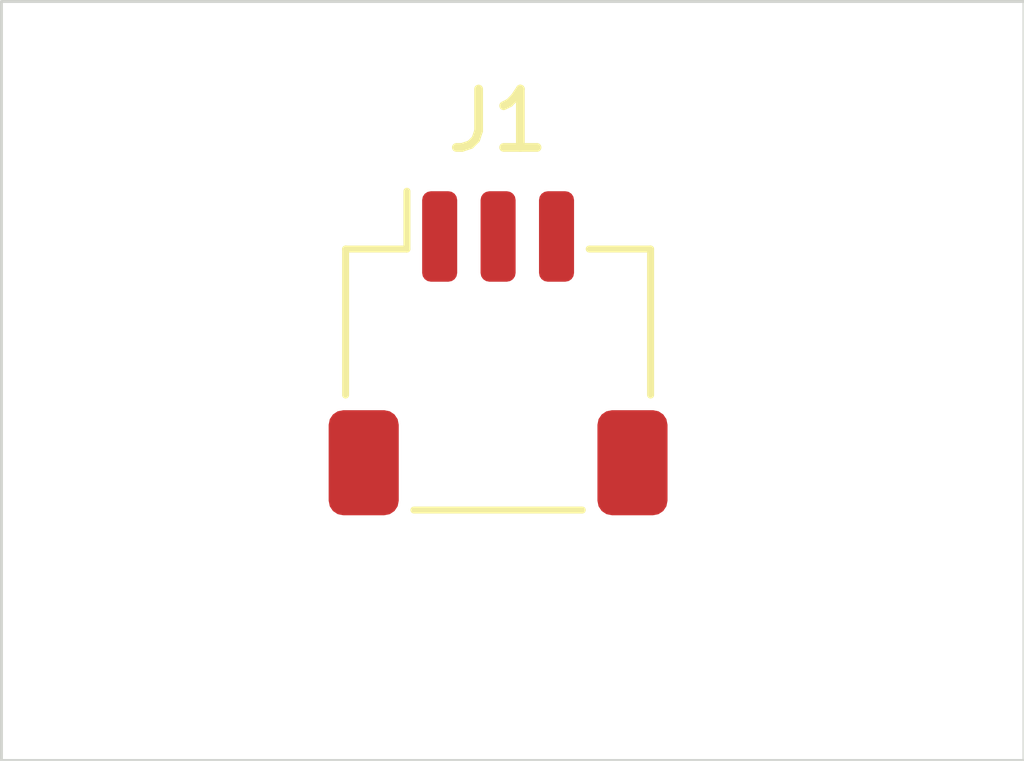
<source format=kicad_pcb>
(kicad_pcb (version 20240108) (generator "pcbnew") (generator_version "8.0")
  (layers (0 "F.Cu" signal) (31 "B.Cu" signal) (34 "B.Paste" user) (35 "F.Paste" user) (36 "B.SilkS" user "B.Silkscreen") (37 "F.SilkS" user "F.Silkscreen") (38 "B.Mask" user) (39 "F.Mask" user) (44 "Edge.Cuts" user))
  (net 0 "")
  (net 1 "Signal")
  (net 2 "GND")
  (net 3 "+3.3V")
  (footprint "Connector_JST:JST_SH_SM03B-SRSS-TB_1x03-1MP_P1.00mm_Horizontal" (layer "F.Cu") (at 157.4 89.425)
    (property "Reference" "J1" (at 0 -3.98 0) (layer "F.SilkS"))
    (property "Value" "Conn_01x03_Socket")
    (fp_line (start -2.61 -1.785) (end -1.56 -1.785) (stroke (width 0.12)) (layer "F.SilkS"))
    (fp_line (start -2.61 0.715) (end -2.61 -1.785) (stroke (width 0.12)) (layer "F.SilkS"))
    (fp_line (start -1.56 -1.785) (end -1.56 -2.775) (stroke (width 0.12)) (layer "F.SilkS"))
    (fp_line (start -1.44 2.685) (end 1.44 2.685) (stroke (width 0.12)) (layer "F.SilkS"))
    (fp_line (start 2.61 -1.785) (end 1.56 -1.785) (stroke (width 0.12)) (layer "F.SilkS"))
    (fp_line (start 2.61 0.715) (end 2.61 -1.785) (stroke (width 0.12)) (layer "F.SilkS"))
    (pad "1" smd roundrect (at -1 -2) (size 0.6 1.55) (layers "F.Cu" "F.Paste" "F.Mask") (net 2 "GND"))
    (pad "2" smd roundrect (at 0 -2) (size 0.6 1.55) (layers "F.Cu" "F.Paste" "F.Mask") (net 1 "Signal"))
    (pad "3" smd roundrect (at 1 -2) (size 0.6 1.55) (layers "F.Cu" "F.Paste" "F.Mask") (net 3 "+3.3V"))
    (pad "MP" smd roundrect (at -2.3 1.875) (size 1.2 1.8) (layers "F.Cu" "F.Paste" "F.Mask") (roundrect_rratio 0.208333))
    (pad "MP" smd roundrect (at 2.3 1.875) (size 1.2 1.8) (layers "F.Cu" "F.Paste" "F.Mask") (roundrect_rratio 0.208333))
  )
  (gr_rect (start 148.9 83.4) (end 166.4 96.4) (stroke (width 0.05)) (fill none) (layer "Edge.Cuts"))
)
</source>
